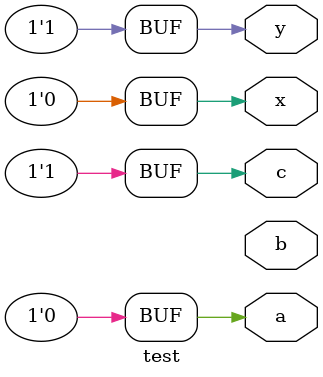
<source format=v>
`timescale 1ns / 1ps
module test(x,y,a,b,c );

 
output x,y,a,b,c; 

reg x,y,a,b,c; 

always   

			begin  
				x <= #1000 1'b0;  
				y <= #500  1'b1; 
				c <= 1'b1; 
				
				a=1'b0;
			end  		
  
endmodule



















</source>
